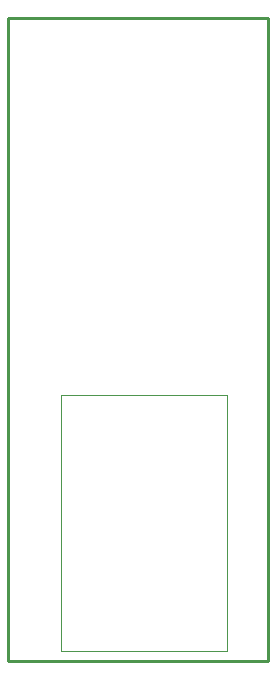
<source format=gko>
G04 Layer: BoardOutlineLayer*
G04 EasyEDA Pro v2.1.54, 2024-04-03 12:40:51*
G04 Gerber Generator version 0.3*
G04 Scale: 100 percent, Rotated: No, Reflected: No*
G04 Dimensions in millimeters*
G04 Leading zeros omitted, absolute positions, 3 integers and 5 decimals*
%FSLAX35Y35*%
%MOMM*%
%ADD10C,0.0254*%
%ADD11C,0.254*%
G75*


G04 PolygonModel Start*
G54D10*
G01X1899994Y-5815238D02*
G01X1899994Y-3645237D01*
G01X3299991D01*
G01Y-5815238D01*
G01X1899994D01*
G04 PolygonModel End*

G04 Rect Start*
G54D11*
G01X1450000Y-450000D02*
G01X1450000Y-5900000D01*
G01X3650000D01*
G01Y-450000D01*
G01X1450000D01*
G04 Rect End*

M02*

</source>
